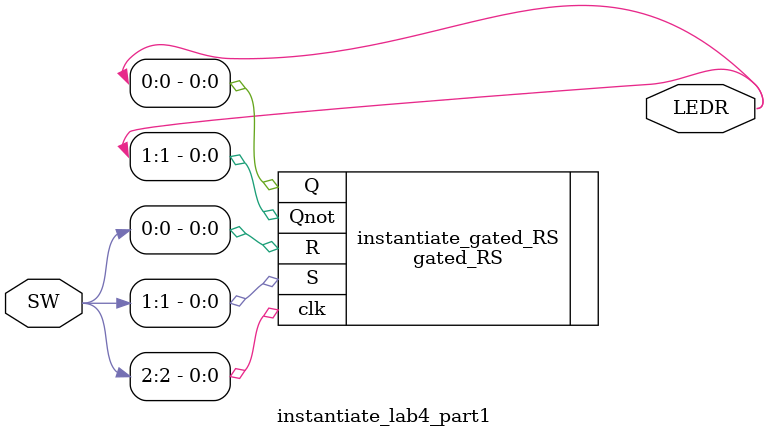
<source format=v>
module instantiate_lab4_part1(SW,LEDR);
 
	input[9:0] SW ;
	output [9:0] LEDR;
	gated_RS instantiate_gated_RS (
	.clk(SW[2]), 
	.R(SW[0]), 
	.S(SW[1]), 
	.Q(LEDR[0]), 
	.Qnot(LEDR[1]));
	
endmodule
</source>
